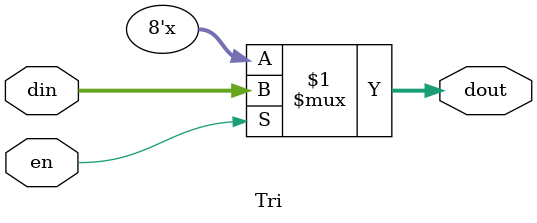
<source format=v>
module Tri(
    input wire [7:0] din,
    input en,
    output wire [7:0] dout
    );
    
assign dout[7:0]=en?din[7:0]:8'bZZZZ_ZZZZ;


endmodule
</source>
